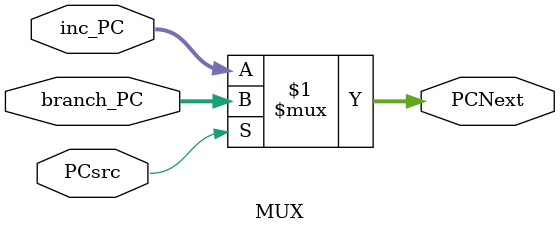
<source format=sv>
module MUX(input logic [31:0] branch_PC, inc_PC,
           input logic     PCsrc,
           output logic  [31:0] PCNext);
  
    assign PCNext = PCsrc ? branch_PC : inc_PC;
endmodule

</source>
